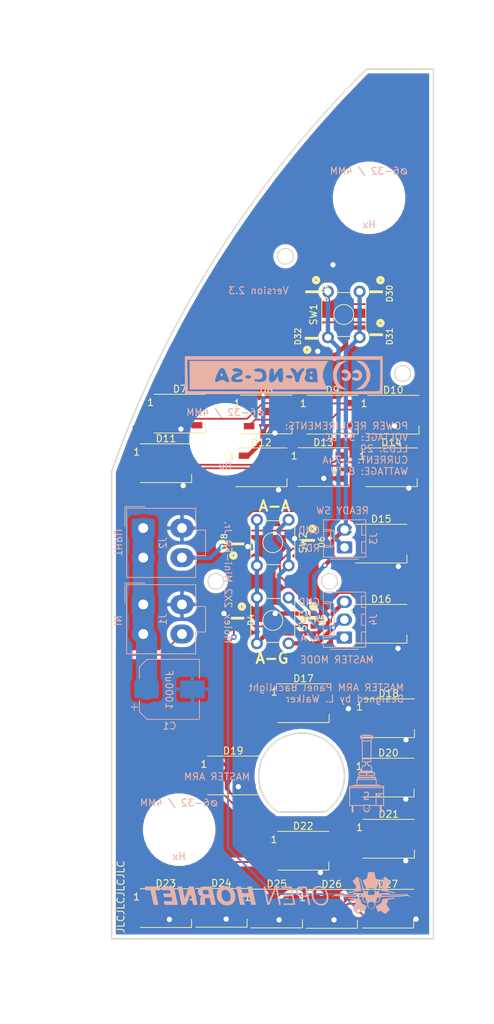
<source format=kicad_pcb>
(kicad_pcb (version 20211014) (generator pcbnew)
  (layers (0 "F.Cu" mixed) (31 "B.Cu" power) (34 "B.Paste" user) (35 "F.Paste" user) (36 "B.SilkS" user "B.Silkscreen") (37 "F.SilkS" user "F.Silkscreen") (38 "B.Mask" user) (39 "F.Mask" user) (44 "Edge.Cuts" user))
  (net 0 "")
  (net 1 "Net-(D7-Pad2)")
  (net 2 "Net-(D8-Pad2)")
  (net 3 "Net-(D10-Pad4)")
  (net 4 "Net-(D10-Pad2)")
  (net 5 "Net-(D11-Pad2)")
  (net 6 "Net-(D12-Pad2)")
  (net 7 "Net-(D13-Pad2)")
  (net 8 "Net-(D14-Pad2)")
  (net 9 "Net-(D15-Pad2)")
  (net 10 "Net-(D16-Pad2)")
  (net 11 "Net-(D17-Pad2)")
  (net 12 "Net-(D18-Pad2)")
  (net 13 "Net-(D19-Pad2)")
  (net 14 "Net-(D20-Pad2)")
  (net 15 "Net-(D21-Pad2)")
  (net 16 "Net-(D22-Pad2)")
  (net 17 "Net-(D23-Pad2)")
  (net 18 "Net-(D24-Pad2)")
  (net 19 "Net-(D25-Pad2)")
  (net 20 "Net-(D26-Pad2)")
  (net 21 "/DATAOUT")
  (net 22 "/DATAIN")
  (net 23 "/LEDGND")
  (net 24 "/LED+5V")
  (net 25 "Net-(D27-Pad2)")
  (net 26 "GND")
  (net 27 "/READY_SW")
  (net 28 "/AA_SW")
  (net 29 "/AG_SW")
  (net 30 "Net-(D4-Pad1)")
  (net 31 "Net-(D5-Pad1)")
  (net 32 "Net-(D28-Pad3)")
  (net 33 "Net-(D32-Pad1)")
  (net 34 "Net-(D29-Pad1)")
  (net 35 "Net-(D30-Pad1)")
  (net 36 "Net-(D31-Pad1)")
  (footprint "OH_Footprints:LED_WS2812B_PLCC4_5.0x5.0mm_P3.2mm" (layer "F.Cu") (at 207.992 77.9947)
    (fp_text reference "D7")
    (fp_text value "WS2812B")
  )
  (footprint "OH_Footprints:LED_WS2812B_PLCC4_5.0x5.0mm_P3.2mm" (layer "F.Cu") (at 220.286 78.1215)
    (fp_text reference "D8")
    (fp_text value "WS2812B")
  )
  (footprint "OH_Footprints:LED_WS2812B_PLCC4_5.0x5.0mm_P3.2mm" (layer "F.Cu") (at 229.684 78.1471)
    (fp_text reference "D9")
    (fp_text value "WS2812B")
  )
  (footprint "OH_Footprints:LED_WS2812B_PLCC4_5.0x5.0mm_P3.2mm" (layer "F.Cu") (at 238.32 78.1471)
    (fp_text reference "D10")
    (fp_text value "WS2812B")
  )
  (footprint "OH_Footprints:LED_WS2812B_PLCC4_5.0x5.0mm_P3.2mm" (layer "F.Cu") (at 206.023 85.0303)
    (fp_text reference "D11")
    (fp_text value "WS2812B")
  )
  (footprint "OH_Footprints:LED_WS2812B_PLCC4_5.0x5.0mm_P3.2mm" (layer "F.Cu") (at 219.563 85.6147)
    (fp_text reference "D12")
    (fp_text value "WS2812B")
  )
  (footprint "OH_Footprints:LED_WS2812B_PLCC4_5.0x5.0mm_P3.2mm" (layer "F.Cu") (at 228.402 85.5891)
    (fp_text reference "D13")
    (fp_text value "WS2812B")
  )
  (footprint "OH_Footprints:LED_WS2812B_PLCC4_5.0x5.0mm_P3.2mm" (layer "F.Cu") (at 238.066 85.6147)
    (fp_text reference "D14")
    (fp_text value "WS2812B")
  )
  (footprint "OH_Footprints:LED_WS2812B_PLCC4_5.0x5.0mm_P3.2mm" (layer "F.Cu") (at 236.604 96.4603)
    (fp_text reference "D15")
    (fp_text value "WS2812B")
  )
  (footprint "OH_Footprints:LED_WS2812B_PLCC4_5.0x5.0mm_P3.2mm" (layer "F.Cu") (at 236.604 107.839)
    (fp_text reference "D16")
    (fp_text value "WS2812B")
  )
  (footprint "OH_Footprints:LED_WS2812B_PLCC4_5.0x5.0mm_P3.2mm" (layer "F.Cu") (at 225.558 119.117)
    (fp_text reference "D17")
    (fp_text value "WS2812B")
  )
  (footprint "OH_Footprints:LED_WS2812B_PLCC4_5.0x5.0mm_P3.2mm" (layer "F.Cu") (at 237.671 121.251)
    (fp_text reference "D18")
    (fp_text value "WS2812B")
  )
  (footprint "OH_Footprints:LED_WS2812B_PLCC4_5.0x5.0mm_P3.2mm" (layer "F.Cu") (at 215.573 129.379)
    (fp_text reference "D19")
    (fp_text value "WS2812B")
  )
  (footprint "OH_Footprints:LED_WS2812B_PLCC4_5.0x5.0mm_P3.2mm" (layer "F.Cu") (at 237.62 129.683)
    (fp_text reference "D20")
    (fp_text value "WS2812B")
  )
  (footprint "OH_Footprints:LED_WS2812B_PLCC4_5.0x5.0mm_P3.2mm" (layer "F.Cu") (at 237.671 138.37)
    (fp_text reference "D21")
    (fp_text value "WS2812B")
  )
  (footprint "OH_Footprints:LED_WS2812B_PLCC4_5.0x5.0mm_P3.2mm" (layer "F.Cu") (at 225.518 140.072)
    (fp_text reference "D22")
    (fp_text value "WS2812B")
  )
  (footprint "OH_Footprints:LED_WS2812B_PLCC4_5.0x5.0mm_P3.2mm" (layer "F.Cu") (at 206 148.225)
    (fp_text reference "D23")
    (fp_text value "WS2812B")
  )
  (footprint "OH_Footprints:LED_WS2812B_PLCC4_5.0x5.0mm_P3.2mm" (layer "F.Cu") (at 213.897 148.175)
    (fp_text reference "D24")
    (fp_text value "WS2812B")
  )
  (footprint "OH_Footprints:LED_WS2812B_PLCC4_5.0x5.0mm_P3.2mm" (layer "F.Cu") (at 221.771 148.276)
    (fp_text reference "D25")
    (fp_text value "WS2812B")
  )
  (footprint "OH_Footprints:LED_WS2812B_PLCC4_5.0x5.0mm_P3.2mm" (layer "F.Cu") (at 229.571 148.327)
    (fp_text reference "D26")
    (fp_text value "WS2812B")
  )
  (footprint "OH_Footprints:LED_WS2812B_PLCC4_5.0x5.0mm_P3.2mm" (layer "F.Cu") (at 237.558 148.302)
    (fp_text reference "D27")
    (fp_text value "WS2812B")
  )
  (footprint "OH_Footprints:WS2812-2020" (layer "F.Cu") (at 216.20938 107.29358 90)
    (fp_text reference "D4")
    (fp_text value "WS2812B-2020" hide)
  )
  (footprint "OH_Footprints:WS2812-2020" (layer "F.Cu") (at 226.24238 96.24458 90)
    (fp_text reference "D6")
    (fp_text value "WS2812B-2020" hide)
  )
  (footprint "OH_Footprints:WS2812-2020" (layer "F.Cu") (at 216.20938 96.24458 -90)
    (fp_text reference "D28")
    (fp_text value "WS2812B-2020" hide)
  )
  (footprint "OH_Footprints:WS2812-2020" (layer "F.Cu") (at 226.75038 60.93858 90)
    (fp_text reference "D29")
    (fp_text value "WS2812B-2020" hide)
  )
  (footprint "OH_Footprints:WS2812-2020" (layer "F.Cu") (at 235.89438 60.93858 90)
    (fp_text reference "D30")
    (fp_text value "WS2812B-2020" hide)
  )
  (footprint "OH_Footprints:WS2812-2020" (layer "F.Cu") (at 235.89438 67.03458 90)
    (fp_text reference "D31")
    (fp_text value "WS2812B-2020" hide)
  )
  (footprint "OH_Footprints:WS2812-2020" (layer "F.Cu") (at 226.68688 67.03458 -90)
    (fp_text reference "D32")
    (fp_text value "WS2812B-2020" hide)
  )
  (footprint "OH_Footprints:WS2812-2020" (layer "F.Cu") (at 226.36938 107.29358 90)
    (fp_text reference "D5")
    (fp_text value "WS2812B-2020" hide)
  )
  (footprint "OH_Footprints:S2AL_Toggle_Silkscreen" (layer "F.Cu") (at 234.39488 129.23958)
    (fp_text reference "LOGO3" hide)
    (fp_text value "OH_S2AL_Silkscreen" hide)
  )
  (footprint "OH_Footprints:OH_Panel_6-32_PHS" (layer "F.Cu") (at 234.87488 47.33958)
    (fp_text reference "H1" hide)
    (fp_text value "OHPanelScrew" hide)
  )
  (footprint "OH_Footprints:OH_Panel_6-32_PHS" (layer "F.Cu") (at 214.49488 81.62958)
    (fp_text reference "H2" hide)
    (fp_text value "OHPanelScrew" hide)
  )
  (footprint "OH_Footprints:OH_Panel_6-32_PHS" (layer "F.Cu") (at 207.90488 137.07958)
    (fp_text reference "H3" hide)
    (fp_text value "OHPanelScrew" hide)
  )
  (footprint "Button_Switch_THT:SW_TH_Tactile_Omron_B3F-10xx" (layer "F.Cu") (at 229.03638 67.16158 90)
    (fp_text reference "SW1")
    (fp_text value "READY")
  )
  (footprint "Button_Switch_THT:SW_TH_Tactile_Omron_B3F-10xx" (layer "F.Cu") (at 223.44838 93.06958 -90)
    (fp_text reference "SW2")
    (fp_text value "A/A")
  )
  (footprint "Button_Switch_THT:SW_TH_Tactile_Omron_B3F-10xx" (layer "F.Cu") (at 223.44838 104.11858 -90)
    (fp_text reference "SW3")
    (fp_text value "A/G")
  )
  (footprint "OH_Footprints:CP_Elec_8x10" (layer "B.Cu") (at 206.52048 117.147)
    (fp_text reference "C1")
    (fp_text value "C_Polarized")
  )
  (footprint "OH_Footprints:Molex_Mini-Fit_Jr_5566-04A_2x02_P4.20mm_Vertical" (layer "B.Cu") (at 202.796 105.097 -90)
    (fp_text reference "J1")
    (fp_text value "BL IN")
  )
  (footprint "OH_Footprints:Molex_Mini-Fit_Jr_5566-04A_2x02_P4.20mm_Vertical" (layer "B.Cu") (at 202.796 94.2475 -90)
    (fp_text reference "J2")
    (fp_text value "BL OUT")
  )
  (footprint "OH_Footprints:Molex_KK-254_AE-6410-02A_1x02_P2.54mm_Vertical" (layer "B.Cu") (at 231.39488 96.98958 90)
    (fp_text reference "J3")
    (fp_text value "READY")
  )
  (footprint "OH_Footprints:Molex_KK-254_AE-6410-03A_1x03_P2.54mm_Vertical" (layer "B.Cu") (at 231.36048 109.79548 90)
    (fp_text reference "J4")
    (fp_text value "MASTER MODE")
  )
  (footprint "OH_Footprints:OH_LOGO_37.7mm_5.9mm" (layer "B.Cu") (at 221.85488 146.07958 180)
    (fp_text reference "LOGO2" hide)
    (fp_text value "OpenHornetLogoSmall" hide)
  )
  (footprint "OH_Footprints:CC-BY-NC-SA-Small" (layer "B.Cu") (at 222.84488 72.52958 180)
    (fp_text reference "LOGO1" hide)
    (fp_text value "CC-BY-NC-SA_Icon" hide)
  )
  (gr_circle (center 229.25648 101.79748) (end 230.38148 101.79748) (layer "Edge.Cuts") (width 0.15) (fill none))
  (gr_line (start 198.30238 86.21158) (end 198.30238 152.56908) (layer "Edge.Cuts") (width 0.2))
  (gr_arc (start 221.958798 134.56048) (mid 225.28988 123.35908) (end 228.620962 134.56048) (layer "Edge.Cuts") (width 0.2))
  (gr_line (start 244.02238 29.06158) (end 234.49738 29.06158) (layer "Edge.Cuts") (width 0.2))
  (gr_arc (start 198.302381 86.21158) (mid 213.188857 55.602932) (end 234.49738 29.061581) (layer "Edge.Cuts") (width 0.2))
  (gr_line (start 244.02238 152.56908) (end 244.02238 29.06158) (layer "Edge.Cuts") (width 0.2))
  (gr_line (start 221.958799 134.56048) (end 228.620962 134.56048) (layer "Edge.Cuts") (width 0.2))
  (gr_line (start 198.30238 152.56908) (end 244.02238 152.56908) (layer "Edge.Cuts") (width 0.2))
  (gr_circle (center 239.64648 72.29748) (end 240.77148 72.29748) (layer "Edge.Cuts") (width 0.15) (fill none))
  (gr_circle (center 213.11648 101.79748) (end 214.24148 101.79748) (layer "Edge.Cuts") (width 0.15) (fill none))
  (gr_circle (center 222.99648 55.64748) (end 224.12148 55.64748) (layer "Edge.Cuts") (width 0.15) (fill none))
  (gr_text "GND" (at 226.36938 104.75358) (layer "B.SilkS") (effects (font (size 1 1)) (justify mirror)))
  (gr_text "Version 2.3" (at 219.16848 60.51948) (layer "B.SilkS") (effects (font (size 1 1)) (justify mirror)))
  (gr_text "GND" (at 226.36938 94.55548) (layer "B.SilkS") (effects (font (size 1 1)) (justify mirror)))
  (gr_text "RDY" (at 226.464618 97.09548) (layer "B.SilkS") (effects (font (size 1 1)) (justify mirror)))
  (gr_text "POWER REQUIREMENTS:\nVOLTAGE: 5V DC\nLEDS: 29\nCURRENT: 1.74A\nWATTAGE: 8.7W" (at 240.53488 82.96958) (layer "B.SilkS") (effects (font (size 1 1)) (justify left mirror)))
  (gr_text "A/G" (at 226.440809 107.27453) (layer "B.SilkS") (effects (font (size 1 1)) (justify mirror)))
  (gr_text "READY SW" (at 231.10648 91.76148) (layer "B.SilkS") (effects (font (size 1 1)) (justify mirror)))
  (gr_text "MASTER ARM" (at 213.27568 129.55668) (layer "B.SilkS") (effects (font (size 1 1)) (justify mirror)))
  (gr_text "Molex 2X2 Mini-Fit Jr." (at 214.85048 101.94748 270) (layer "B.SilkS") (effects (font (size 1 1)) (justify mirror)))
  (gr_text "MASTER MODE" (at 230.30488 112.93958) (layer "B.SilkS") (effects (font (size 1 1)) (justify mirror)))
  (gr_text "IN" (at 199.14648 107.39748 270) (layer "B.SilkS") (effects (font (size 1 1)) (justify mirror)))
  (gr_text "1000uF" (at 206.46848 117.19748 270) (layer "B.SilkS") (effects (font (size 1 1)) (justify mirror)))
  (gr_text "A/A" (at 226.512237 109.79548) (layer "B.SilkS") (effects (font (size 1 1)) (justify mirror)))
  (gr_text "MASTER ARM Panel Backlight\nDesigned by L. Walker" (at 239.92488 117.69958) (layer "B.SilkS") (effects (font (size 1 1)) (justify left mirror)))
  (gr_text "THRU" (at 199.20408 96.25728 270) (layer "B.SilkS") (effects (font (size 1 1)) (justify mirror)))
  (gr_text "A-G" (at 221.09488 112.71958) (layer "F.SilkS") (effects (font (size 1.5 1.5) (thickness 0.3))))
  (gr_text "A-A" (at 221.44768 91.10148) (layer "F.SilkS") (effects (font (size 1.5 1.5) (thickness 0.3))))
  (gr_text "JLCJLCJLCJLC" (at 199.61048 146.62548 90) (layer "F.SilkS") (effects (font (size 1 1))))
  (segment (start 207.074758 79.5947) (end 207.949759 78.719699) (width 0.25) (layer "F.Cu") (net 1))
  (segment (start 205.542 79.5947) (end 207.074758 79.5947) (width 0.25) (layer "F.Cu") (net 1))
  (segment (start 207.949759 78.719699) (end 217.562803 78.719699) (width 0.25) (layer "F.Cu") (net 1))
  (segment (start 219.761002 76.5215) (end 222.736 76.5215) (width 0.25) (layer "F.Cu") (net 1))
  (segment (start 217.562803 78.719699) (end 219.761002 76.5215) (width 0.25) (layer "F.Cu") (net 1))
  (segment (start 218.711001 78.846499) (end 217.836 79.7215) (width 0.25) (layer "F.Cu") (net 2))
  (segment (start 226.859603 78.846499) (end 218.711001 78.846499) (width 0.25) (layer "F.Cu") (net 2))
  (segment (start 232.134 76.5471) (end 229.159002 76.5471) (width 0.25) (layer "F.Cu") (net 2))
  (segment (start 229.159002 76.5471) (end 226.859603 78.846499) (width 0.25) (layer "F.Cu") (net 2))
  (segment (start 228.535796 79.7471) (end 227.234 79.7471) (width 0.25) (layer "F.Cu") (net 3))
  (segment (start 230.860795 77.422101) (end 228.535796 79.7471) (width 0.25) (layer "F.Cu") (net 3))
  (segment (start 240.77 76.5471) (end 239.894999 77.422101) (width 0.25) (layer "F.Cu") (net 3))
  (segment (start 239.894999 77.422101) (end 230.860795 77.422101) (width 0.25) (layer "F.Cu") (net 3))
  (segment (start 208.473 84.283409) (end 209.44488 85.255289) (width 0.25) (layer "F.Cu") (net 4))
  (segment (start 221.563118 82.53958) (end 221.563118 82.521342) (width 0.25) (layer "F.Cu") (net 4))
  (segment (start 221.563118 82.521342) (end 223.24488 80.83958) (width 0.25) (layer "F.Cu") (net 4))
  (segment (start 218.847409 85.255289) (end 221.563118 82.53958) (width 0.25) (layer "F.Cu") (net 4))
  (segment (start 234.77752 80.83958) (end 235.87 79.7471) (width 0.25) (layer "F.Cu") (net 4))
  (segment (start 223.24488 80.83958) (end 234.77752 80.83958) (width 0.25) (layer "F.Cu") (net 4))
  (segment (start 209.44488 85.255289) (end 218.847409 85.255289) (width 0.25) (layer "F.Cu") (net 4))
  (segment (start 208.473 83.4303) (end 208.473 84.283409) (width 0.25) (layer "F.Cu") (net 4))
  (segment (start 219.493708 85.755299) (end 221.234307 84.0147) (width 0.25) (layer "F.Cu") (net 5))
  (segment (start 206.60416 86.6303) (end 207.479161 85.755299) (width 0.25) (layer "F.Cu") (net 5))
  (segment (start 221.234307 84.0147) (end 222.013 84.0147) (width 0.25) (layer "F.Cu") (net 5))
  (segment (start 203.573 86.6303) (end 206.60416 86.6303) (width 0.25) (layer "F.Cu") (net 5))
  (segment (start 207.479161 85.755299) (end 219.493708 85.755299) (width 0.25) (layer "F.Cu") (net 5))
  (segment (start 223.063001 84.889701) (end 222.504001 85.448701) (width 0.25) (layer "F.Cu") (net 6))
  (segment (start 217.113 87.2147) (end 219.21976 87.2147) (width 0.25) (layer "F.Cu") (net 6))
  (segment (start 229.951399 84.889701) (end 223.063001 84.889701) (width 0.25) (layer "F.Cu") (net 6))
  (segment (start 219.21976 87.2147) (end 220.985759 85.448701) (width 0.25) (layer "F.Cu") (net 6))
  (segment (start 220.985759 85.448701) (end 222.504001 85.448701) (width 0.25) (layer "F.Cu") (net 6))
  (segment (start 230.852 83.9891) (end 229.951399 84.889701) (width 0.25) (layer "F.Cu") (net 6))
  (segment (start 230.158509 85.389711) (end 230.658519 84.889701) (width 0.25) (layer "F.Cu") (net 7))
  (segment (start 225.952 86.28246) (end 226.844749 85.389711) (width 0.25) (layer "F.Cu") (net 7))
  (segment (start 239.640999 84.889701) (end 240.516 84.0147) (width 0.25) (layer "F.Cu") (net 7))
  (segment (start 230.658519 84.889701) (end 239.640999 84.889701) (width 0.25) (layer "F.Cu") (net 7))
  (segment (start 225.952 87.1891) (end 225.952 86.28246) (width 0.25) (layer "F.Cu") (net 7))
  (segment (start 226.844749 85.389711) (end 230.158509 85.389711) (width 0.25) (layer "F.Cu") (net 7))
  (segment (start 235.616 91.4223) (end 239.054 94.8603) (width 0.25) (layer "F.Cu") (net 8))
  (segment (start 235.616 87.2147) (end 235.616 91.4223) (width 0.25) (layer "F.Cu") (net 8))
  (segment (start 234.154 101.339) (end 239.054 106.239) (width 0.25) (layer "F.Cu") (net 9))
  (segment (start 234.154 98.0603) (end 234.154 101.339) (width 0.25) (layer "F.Cu") (net 9))
  (segment (start 234.154 109.439) (end 234.154 111.371) (width 0.25) (layer "F.Cu") (net 10))
  (segment (start 234.154 111.371) (end 228.008 117.517) (width 0.25) (layer "F.Cu") (net 10))
  (segment (start 238.17999 121.59201) (end 240.121 119.651) (width 0.25) (layer "F.Cu") (net 11))
  (segment (start 223.108 120.717) (end 223.4223 120.717) (width 0.25) (layer "F.Cu") (net 11))
  (segment (start 223.4223 120.717) (end 224.29731 121.59201) (width 0.25) (layer "F.Cu") (net 11))
  (segment (start 224.29731 121.59201) (end 238.17999 121.59201) (width 0.25) (layer "F.Cu") (net 11))
  (segment (start 218.023 127.779) (end 218.023 124.41146) (width 0.25) (layer "F.Cu") (net 12))
  (segment (start 218.023 124.41146) (end 220.24488 122.18958) (width 0.25) (layer "F.Cu") (net 12))
  (segment (start 234.55958 122.18958) (end 235.221 122.851) (width 0.25) (layer "F.Cu") (net 12))
  (segment (start 220.24488 122.18958) (end 234.55958 122.18958) (width 0.25) (layer "F.Cu") (net 12))
  (segment (start 218.08358 135.93958) (end 213.123 130.979) (width 0.25) (layer "F.Cu") (net 13))
  (segment (start 235.569997 128.958001) (end 239.194999 128.958001) (width 0.25) (layer "F.Cu") (net 13))
  (segment (start 239.194999 128.958001) (end 240.07 128.083) (width 0.25) (layer "F.Cu") (net 13))
  (segment (start 235.569997 128.958001) (end 232.99488 131.533118) (width 0.25) (layer "F.Cu") (net 13))
  (segment (start 232.99488 131.533118) (end 232.99488 132.68958) (width 0.25) (layer "F.Cu") (net 13))
  (segment (start 229.74488 135.93958) (end 218.08358 135.93958) (width 0.25) (layer "F.Cu") (net 13))
  (segment (start 232.99488 132.68958) (end 229.74488 135.93958) (width 0.25) (layer "F.Cu") (net 13))
  (segment (start 235.17 131.283) (end 235.17 131.819) (width 0.25) (layer "F.Cu") (net 14))
  (segment (start 235.17 131.819) (end 240.121 136.77) (width 0.25) (layer "F.Cu") (net 14))
  (segment (start 235.221 139.97) (end 229.466 139.97) (width 0.25) (layer "F.Cu") (net 15))
  (segment (start 229.466 139.97) (end 227.968 138.472) (width 0.25) (layer "F.Cu") (net 15))
  (segment (start 213.403 141.672) (end 223.068 141.672) (width 0.25) (layer "F.Cu") (net 16))
  (segment (start 208.45 146.625) (end 213.403 141.672) (width 0.25) (layer "F.Cu") (net 16))
  (segment (start 205.565397 147.809603) (end 215.112397 147.809603) (width 0.25) (layer "F.Cu") (net 17))
  (segment (start 203.55 149.825) (end 205.565397 147.809603) (width 0.25) (layer "F.Cu") (net 17))
  (segment (start 215.112397 147.809603) (end 216.347 146.575) (width 0.25) (layer "F.Cu") (net 17))
  (segment (start 215.319507 148.309613) (end 215.88954 147.73958) (width 0.25) (layer "F.Cu") (net 18))
  (segment (start 222.919204 146.676) (end 224.221 146.676) (width 0.25) (layer "F.Cu") (net 18))
  (segment (start 221.855624 147.73958) (end 222.919204 146.676) (width 0.25) (layer "F.Cu") (net 18))
  (segment (start 211.447 149.025) (end 212.162387 148.309613) (width 0.25) (layer "F.Cu") (net 18))
  (segment (start 211.447 149.775) (end 211.447 149.025) (width 0.25) (layer "F.Cu") (net 18))
  (segment (start 215.88954 147.73958) (end 221.855624 147.73958) (width 0.25) (layer "F.Cu") (net 18))
  (segment (start 212.162387 148.309613) (end 215.319507 148.309613) (width 0.25) (layer "F.Cu") (net 18))
  (segment (start 222.700323 147.602001) (end 231.145999 147.602001) (width 0.25) (layer "F.Cu") (net 19))
  (segment (start 231.145999 147.602001) (end 232.021 146.727) (width 0.25) (layer "F.Cu") (net 19))
  (segment (start 220.510948 148.273512) (end 222.028812 148.273512) (width 0.25) (layer "F.Cu") (net 19))
  (segment (start 222.028812 148.273512) (end 222.700323 147.602001) (width 0.25) (layer "F.Cu") (net 19))
  (segment (start 219.321 149.46346) (end 220.510948 148.273512) (width 0.25) (layer "F.Cu") (net 19))
  (segment (start 219.321 149.876) (end 219.321 149.46346) (width 0.25) (layer "F.Cu") (net 19))
  (segment (start 227.121 149.91346) (end 228.932449 148.102011) (width 0.25) (layer "F.Cu") (net 20))
  (segment (start 227.121 149.927) (end 227.121 149.91346) (width 0.25) (layer "F.Cu") (net 20))
  (segment (start 228.932449 148.102011) (end 231.353109 148.102011) (width 0.25) (layer "F.Cu") (net 20))
  (segment (start 239.107999 147.602001) (end 240.008 146.702) (width 0.25) (layer "F.Cu") (net 20))
  (segment (start 231.853119 147.602001) (end 239.107999 147.602001) (width 0.25) (layer "F.Cu") (net 20))
  (segment (start 231.353109 148.102011) (end 231.853119 147.602001) (width 0.25) (layer "F.Cu") (net 20))
  (segment (start 213.99958 96.82878) (end 215.32858 96.82878) (width 0.6096) (layer "F.Cu") (net 21))
  (segment (start 215.32858 96.82878) (end 215.65938 97.15958) (width 0.6096) (layer "F.Cu") (net 21))
  (via (at 213.99958 96.82878) (size 0.8) (drill 0.4) (layers "F.Cu" "B.Cu") (net 21))
  (segment (start 212.38086 98.4475) (end 213.99958 96.82878) (width 0.6096) (layer "B.Cu") (net 21))
  (segment (start 208.296 98.4475) (end 212.38086 98.4475) (width 0.6096) (layer "B.Cu") (net 21))
  (segment (start 201.408588 79.875872) (end 202.816889 78.467571) (width 0.25) (layer "F.Cu") (net 22))
  (segment (start 199.64488 111.38958) (end 199.64488 85.38958) (width 0.25) (layer "F.Cu") (net 22))
  (segment (start 205.35342 112.23958) (end 200.49488 112.23958) (width 0.25) (layer "F.Cu") (net 22))
  (segment (start 202.816889 78.011589) (end 203.377588 77.45089) (width 0.25) (layer "F.Cu") (net 22))
  (segment (start 217.834478 61.85358) (end 226.20038 61.85358) (width 0.25) (layer "F.Cu") (net 22))
  (segment (start 201.408588 83.625872) (end 201.408588 79.875872) (width 0.25) (layer "F.Cu") (net 22))
  (segment (start 202.816889 78.467571) (end 202.816889 78.011589) (width 0.25) (layer "F.Cu") (net 22))
  (segment (start 200.49488 112.23958) (end 199.64488 111.38958) (width 0.25) (layer "F.Cu") (net 22))
  (segment (start 203.377588 77.45089) (end 203.377588 76.31047) (width 0.25) (layer "F.Cu") (net 22))
  (segment (start 199.64488 85.38958) (end 201.408588 83.625872) (width 0.25) (layer "F.Cu") (net 22))
  (segment (start 208.296 109.297) (end 205.35342 112.23958) (width 0.25) (layer "F.Cu") (net 22))
  (segment (start 203.377588 76.31047) (end 217.834478 61.85358) (width 0.25) (layer "F.Cu") (net 22))
  (segment (start 227.59488 69.13958) (end 228.09488 69.63958) (width 0.6096) (layer "F.Cu") (net 23))
  (segment (start 214.5803 149.775) (end 214.5803 149.775) (width 0.6096) (layer "F.Cu") (net 23))
  (segment (start 222.09488 149.88958) (end 222.10846 149.876) (width 0.6096) (layer "F.Cu") (net 23))
  (segment (start 229.89488 149.88958) (end 229.9323 149.927) (width 0.6096) (layer "F.Cu") (net 23))
  (segment (start 241.54488 149.78958) (end 241.43246 149.902) (width 0.6096) (layer "F.Cu") (net 23))
  (segment (start 240.09488 141.48958) (end 240.121 141.46346) (width 0.6096) (layer "F.Cu") (net 23))
  (segment (start 227.968 143.1627) (end 227.968 143.1627) (width 0.6096) (layer "F.Cu") (net 23))
  (segment (start 240.09488 132.73958) (end 240.07 132.7147) (width 0.6096) (layer "F.Cu") (net 23))
  (segment (start 238.99488 111.33958) (end 239.054 111.28046) (width 0.6096) (layer "F.Cu") (net 23))
  (segment (start 240.121 124.3157) (end 240.121 124.3157) (width 1) (layer "F.Cu") (net 23))
  (segment (start 216.30546 130.979) (end 216.30546 130.979) (width 0.6096) (layer "F.Cu") (net 23))
  (segment (start 231.94488 119.88958) (end 231.94488 119.88958) (width 0.6096) (layer "F.Cu") (net 23))
  (segment (start 214.25588 106.37858) (end 214.25588 106.37858) (width 0.6096) (layer "F.Cu") (net 23))
  (segment (start 218.12488 97.15958) (end 218.12488 97.15958) (width 0.6096) (layer "F.Cu") (net 23))
  (segment (start 228.44488 87.18958) (end 228.44536 87.1891) (width 0.6096) (layer "F.Cu") (net 23))
  (segment (start 221.54488 106.38958) (end 221.55588 106.37858) (width 0.6096) (layer "F.Cu") (net 23))
  (segment (start 224.29488 95.73958) (end 224.29488 95.68958) (width 0.6096) (layer "F.Cu") (net 23))
  (segment (start 239.04488 99.68958) (end 239.054 99.68046) (width 0.6096) (layer "F.Cu") (net 23))
  (segment (start 230.852 87.1891) (end 228.44488 87.18958) (width 0.6096) (layer "F.Cu") (net 23))
  (segment (start 227.23688 67.94958) (end 227.23688 68.78158) (width 0.6096) (layer "F.Cu") (net 23))
  (segment (start 232.134 79.7471) (end 233.188801 78.692299) (width 0.6096) (layer "F.Cu") (net 23))
  (segment (start 224.221 149.876) (end 222.09488 149.88958) (width 0.6096) (layer "F.Cu") (net 23))
  (segment (start 208.73976 79.5947) (end 208.14488 80.18958) (width 0.6096) (layer "F.Cu") (net 23))
  (segment (start 210.442 79.5947) (end 208.73976 79.5947) (width 0.6096) (layer "F.Cu") (net 23))
  (segment (start 233.188801 78.692299) (end 237.432559 78.692299) (width 0.6096) (layer "F.Cu") (net 23))
  (segment (start 240.77 79.7471) (end 238.48736 79.7471) (width 0.6096) (layer "F.Cu") (net 23))
  (segment (start 227.22815 58.397168) (end 229.771568 58.397168) (width 0.6096) (layer "F.Cu") (net 23))
  (segment (start 208.473 94.0705) (end 208.296 94.2475) (width 0.6096) (layer "F.Cu") (net 23))
  (segment (start 232.021 149.927) (end 229.89488 149.88958) (width 0.6096) (layer "F.Cu") (net 23))
  (segment (start 233.717968 58.397168) (end 235.34438 60.02358) (width 0.6096) (layer "F.Cu") (net 23))
  (segment (start 227.968 141.672) (end 227.968 143.1627) (width 0.6096) (layer "F.Cu") (net 23))
  (segment (start 240.07 131.283) (end 240.09488 132.73958) (width 0.6096) (layer "F.Cu") (net 23))
  (segment (start 216.75938 97.15958) (end 217.360755 97.15958) (width 0.6096) (layer "F.Cu") (net 23))
  (segment (start 232.520287 65.756779) (end 234.981579 65.756779) (width 0.6096) (layer "F.Cu") (net 23))
  (segment (start 239.054 98.0603) (end 239.04488 99.68958) (width 0.6096) (layer "F.Cu") (net 23))
  (segment (start 234.981579 65.756779) (end 235.34438 66.11958) (width 0.6096) (layer "F.Cu") (net 23))
  (segment (start 239.054 109.439) (end 238.99488 111.33958) (width 0.6096) (layer "F.Cu") (net 23))
  (segment (start 218.023 130.979) (end 216.30546 130.979) (width 0.6096) (layer "F.Cu") (net 23))
  (segment (start 227.23688 68.78158) (end 227.59488 69.13958) (width 0.6096) (layer "F.Cu") (net 23))
  (segment (start 229.74758 58.37318) (end 229.771568 58.397168) (width 0.6096) (layer "F.Cu") (net 23))
  (segment (start 240.121 122.851) (end 240.121 124.3157) (width 1) (layer "F.Cu") (net 23))
  (segment (start 222.51296 79.7215) (end 221.49488 80.73958) (width 0.6096) (layer "F.Cu") (net 23))
  (segment (start 222.736 79.7215) (end 222.51296 79.7215) (width 0.6096) (layer "F.Cu") (net 23))
  (segment (start 240.121 139.97) (end 240.09488 141.48958) (width 0.6096) (layer "F.Cu") (net 23))
  (segment (start 230.19488 69.63958) (end 231.616183 68.218277) (width 0.6096) (layer "F.Cu") (net 23))
  (segment (start 216.347 149.775) (end 214.5803 149.775) (width 0.6096) (layer "F.Cu") (net 23))
  (segment (start 208.45 149.825) (end 206.50946 149.825) (width 0.6096) (layer "F.Cu") (net 23))
  (segment (start 225.69238 95.32958) (end 224.65488 95.32958) (width 0.6096) (layer "F.Cu") (net 23))
  (segment (start 228.09488 69.63958) (end 230.19488 69.63958) (width 0.6096) (layer "F.Cu") (net 23))
  (segment (start 226.20038 59.424938) (end 227.22815 58.397168) (width 0.6096) (layer "F.Cu") (net 23))
  (segment (start 232.520287 65.756779) (end 231.616183 66.660883) (width 0.6096) (layer "F.Cu") (net 23))
  (segment (start 217.360755 97.15958) (end 217.64357 96.876765) (width 0.6096) (layer "F.Cu") (net 23))
  (segment (start 231.11746 120.717) (end 231.94488 119.88958) (width 0.6096) (layer "F.Cu") (net 23))
  (segment (start 229.74758 56.84918) (end 229.74758 58.37318) (width 0.6096) (layer "F.Cu") (net 23))
  (segment (start 237.432559 78.692299) (end 238.48736 79.7471) (width 0.6096) (layer "F.Cu") (net 23))
  (segment (start 240.516 87.2147) (end 240.516 88.56846) (width 0.6096) (layer "F.Cu") (net 23))
  (segment (start 228.008 120.717) (end 231.11746 120.717) (width 0.6096) (layer "F.Cu") (net 23))
  (segment (start 215.65938 106.37858) (end 214.25588 106.37858) (width 0.6096) (layer "F.Cu") (net 23))
  (segment (start 240.008 149.902) (end 241.54488 149.78958) (width 0.6096) (layer "F.Cu") (net 23))
  (segment (start 224.65488 95.32958) (end 224.29488 95.73958) (width 0.6096) (layer "F.Cu") (net 23))
  (segment (start 229.771568 58.397168) (end 233.717968 58.397168) (width 0.6096) (layer "F.Cu") (net 23))
  (segment (start 222.013 87.2147) (end 222.013 88.82146) (width 0.6096) (layer "F.Cu") (net 23))
  (segment (start 225.81938 106.37858) (end 221.54488 106.38958) (width 0.6096) (layer "F.Cu") (net 23))
  (segment (start 208.473 86.6303) (end 208.473 88.21146) (width 0.6096) (layer "F.Cu") (net 23))
  (segment (start 226.20038 60.02358) (end 226.20038 59.424938) (width 0.6096) (layer "F.Cu") (net 23))
  (segment (start 231.616183 68.218277) (end 231.616183 66.660883) (width 0.6096) (layer "F.Cu") (net 23))
  (via (at 228.44488 87.18958) (size 1.5) (drill 0.75) (layers "F.Cu" "B.Cu") (net 23))
  (via (at 241.54488 149.78958) (size 1.5) (drill 0.75) (layers "F.Cu" "B.Cu") (net 23))
  (via (at 208.473 88.21146) (size 1.5) (drill 0.75) (layers "F.Cu" "B.Cu") (net 23))
  (via (at 217.64357 96.876765) (size 1.5) (drill 0.75) (layers "F.Cu" "B.Cu") (net 23))
  (via (at 208.14488 80.18958) (size 1.5) (drill 0.75) (layers "F.Cu" "B.Cu") (net 23))
  (via (at 239.04488 99.68958) (size 1.5) (drill 0.75) (layers "F.Cu" "B.Cu") (net 23))
  (via (at 231.94488 119.88958) (size 1.5) (drill 0.75) (layers "F.Cu" "B.Cu") (net 23))
  (via (at 240.09488 132.73958) (size 1.5) (drill 0.75) (layers "F.Cu" "B.Cu") (net 23))
  (via (at 229.74758 56.84918) (size 1.5) (drill 0.75) (layers "F.Cu" "B.Cu") (net 23))
  (via (at 240.121 124.3157) (size 1.5) (drill 0.75) (layers "F.Cu" "B.Cu") (net 23))
  (via (at 227.968 143.1627) (size 1.5) (drill 0.75) (layers "F.Cu" "B.Cu") (net 23))
  (via (at 221.49488 80.73958) (size 1.5) (drill 0.75) (layers "F.Cu" "B.Cu") (net 23))
  (via (at 222.013 88.82146) (size 1.5) (drill 0.75) (layers "F.Cu" "B.Cu") (net 23))
  (via (at 240.516 88.56846) (size 1.5) (drill 0.75) (layers "F.Cu" "B.Cu") (net 23))
  (via (at 222.09488 149.88958) (size 1.5) (drill 0.75) (layers "F.Cu" "B.Cu") (net 23))
  (via (at 227.59488 69.13958) (size 1.5) (drill 0.75) (layers "F.Cu" "B.Cu") (net 23))
  (via (at 221.54488 106.38958) (size 1.5) (drill 0.75) (layers "F.Cu" "B.Cu") (net 23))
  (via (at 216.30546 130.979) (size 1.5) (drill 0.75) (layers "F.Cu" "B.Cu") (net 23))
  (via (at 238.48736 79.7471) (size 1.5) (drill 0.75) (layers "F.Cu" "B.Cu") (net 23))
  (via (at 240.09488 141.48958) (size 1.5) (drill 0.75) (layers "F.Cu" "B.Cu") (net 23))
  (via (at 238.99488 111.33958) (size 1.5) (drill 0.75) (layers "F.Cu" "B.Cu") (net 23))
  (via (at 229.89488 149.88958) (size 1.5) (drill 0.75) (layers "F.Cu" "B.Cu") (net 23))
  (via (at 224.29488 95.73958) (size 1.5) (drill 0.75) (layers "F.Cu" "B.Cu") (net 23))
  (via (at 214.25588 106.37858) (size 1.5) (drill 0.75) (layers "F.Cu" "B.Cu") (net 23))
  (via (at 214.5803 149.775) (size 1.5) (drill 0.75) (layers "F.Cu" "B.Cu") (net 23))
  (via (at 206.50946 149.825) (size 1.5) (drill 0.75) (layers "F.Cu" "B.Cu") (net 23))
  (segment (start 227.697181 94.420066) (end 224.941894 91.664779) (width 0.6096) (layer "F.Cu") (net 24))
  (segment (start 224.941894 91.664779) (end 218.274075 91.664779) (width 0.6096) (layer "F.Cu") (net 24))
  (segment (start 232.31527 103.29067) (end 230.545305 103.29067) (width 0.6096) (layer "F.Cu") (net 24))
  (segment (start 217.63976 84.0147) (end 219.74488 81.90958) (width 0.6096) (layer "F.Cu") (net 24))
  (segment (start 226.79238 97.15958) (end 227.697181 96.254779) (width 0.6096) (layer "F.Cu") (net 24))
  (segment (start 228.03838 107.08958) (end 226.91938 108.20858) (width 0.6096) (layer "F.Cu") (net 24))
  (segment (start 227.697181 96.254779) (end 227.697181 94.420066) (width 0.6096) (layer "F.Cu") (net 24))
  (segment (start 234.154 105.1294) (end 232.31527 103.29067) (width 0.6096) (layer "F.Cu") (net 24))
  (segment (start 228.03838 105.797595) (end 228.03838 107.08958) (width 0.6096) (layer "F.Cu") (net 24))
  (segment (start 234.154 106.239) (end 234.154 105.1294) (width 0.6096) (layer "F.Cu") (net 24))
  (segment (start 230.545305 103.29067) (end 228.03838 105.797595) (width 0.6096) (layer "F.Cu") (net 24))
  (segment (start 235.616 84.0147) (end 233.075042 84.0147) (width 0.6096) (layer "F.Cu") (net 24))
  (segment (start 218.274075 91.664779) (end 215.65938 94.279474) (width 0.6096) (layer "F.Cu") (net 24))
  (segment (start 219.74488 81.90958) (end 219.74488 79.98958) (width 0.6096) (layer "F.Cu") (net 24))
  (segment (start 215.65938 94.279474) (end 215.65938 95.32958) (width 0.6096) (layer "F.Cu") (net 24))
  (segment (start 217.113 84.0147) (end 217.63976 84.0147) (width 0.6096) (layer "F.Cu") (net 24))
  (via (at 219.74488 79.98958) (size 0.8) (drill 0.4) (layers "F.Cu" "B.Cu") (net 24))
  (via (at 219.84488 75.33958) (size 0.8) (drill 0.4) (layers "F.Cu" "B.Cu") (net 24))
  (segment (start 219.84488 79.88958) (end 219.74488 79.98958) (width 0.6096) (layer "B.Cu") (net 24))
  (segment (start 202.796 105.097) (end 202.796 98.4475) (width 3) (layer "B.Cu") (net 24))
  (segment (start 202.796 98.4475) (end 202.796 94.2475) (width 3) (layer "B.Cu") (net 24))
  (segment (start 219.84488 75.33958) (end 219.84488 79.88958) (width 0.6096) (layer "B.Cu") (net 24))
  (segment (start 203.27048 117.147) (end 203.27048 109.77148) (width 3) (layer "B.Cu") (net 24))
  (segment (start 202.796 109.297) (end 202.796 105.097) (width 3) (layer "B.Cu") (net 24))
  (segment (start 203.27048 109.77148) (end 202.796 109.297) (width 3) (layer "B.Cu") (net 24))
  (segment (start 233.39488 148.58958) (end 233.39488 148.58958) (width 0.25) (layer "F.Cu") (net 25))
  (segment (start 235.108 149.902) (end 234.7073 149.902) (width 0.25) (layer "F.Cu") (net 25))
  (segment (start 215.65938 109.71538) (end 215.67598 109.73198) (width 0.25) (layer "F.Cu") (net 25))
  (segment (start 234.7073 149.902) (end 233.39488 148.58958) (width 0.25) (layer "F.Cu") (net 25))
  (segment (start 215.65938 108.20858) (end 215.65938 109.71538) (width 0.25) (layer "F.Cu") (net 25))
  (via (at 215.67598 109.73198) (size 0.8) (drill 0.4) (layers "F.Cu" "B.Cu") (net 25))
  (via (at 233.39488 148.58958) (size 0.8) (drill 0.4) (layers "F.Cu" "B.Cu") (net 25))
  (segment (start 214.84488 139.68958) (end 214.84488 110.56308) (width 0.25) (layer "B.Cu") (net 25))
  (segment (start 233.39488 148.58958) (end 231.14488 146.33958) (width 0.25) (layer "B.Cu") (net 25))
  (segment (start 231.14488 146.33958) (end 231.14488 146.23958) (width 0.25) (layer "B.Cu") (net 25))
  (segment (start 214.84488 110.56308) (end 215.67598 109.73198) (width 0.25) (layer "B.Cu") (net 25))
  (segment (start 231.14488 146.23958) (end 221.39488 146.23958) (width 0.25) (layer "B.Cu") (net 25))
  (segment (start 221.39488 146.23958) (end 214.84488 139.68958) (width 0.25) (layer "B.Cu") (net 25))
  (segment (start 228.59663 99.53783) (end 228.56488 99.56958) (width 0.6096) (layer "F.Cu") (net 26))
  (segment (start 229.31838 107.444265) (end 229.31838 106.87858) (width 0.6096) (layer "F.Cu") (net 26))
  (segment (start 231.39488 94.44958) (end 231.331704 94.44958) (width 0.6096) (layer "F.Cu") (net 26))
  (segment (start 227.548866 109.213779) (end 229.31838 107.444265) (width 0.6096) (layer "F.Cu") (net 26))
  (segment (start 231.331704 94.44958) (end 229.64488 96.136404) (width 0.6096) (layer "F.Cu") (net 26))
  (segment (start 231.36048 104.71548) (end 229.31838 106.75758) (width 0.6096) (layer "F.Cu") (net 26))
  (segment (start 220.353181 109.213779) (end 227.548866 109.213779) (width 0.6096) (layer "F.Cu") (net 26))
  (segment (start 218.94838 110.61858) (end 220.353181 109.213779) (width 0.6096) (layer "F.Cu") (net 26))
  (segment (start 229.64488 96.136404) (end 229.64488 98.48958) (width 0.6096) (layer "F.Cu") (net 26))
  (segment (start 229.64488 98.48958) (end 228.59663 99.53783) (width 0.6096) (layer "F.Cu") (net 26))
  (segment (start 229.31838 106.75758) (end 229.31838 106.87858) (width 0.6096) (layer "F.Cu") (net 26))
  (via (at 229.31838 106.87858) (size 0.8) (drill 0.4) (layers "F.Cu" "B.Cu") (net 26))
  (via (at 228.59663 99.53783) (size 0.8) (drill 0.4) (layers "F.Cu" "B.Cu") (net 26))
  (segment (start 218.94838 99.56958) (end 218.94838 93.06958) (width 0.6096) (layer "B.Cu") (net 26))
  (segment (start 233.53638 67.16158) (end 231.57638 69.12158) (width 0.6096) (layer "B.Cu") (net 26))
  (segment (start 231.57638 94.26808) (end 231.39488 94.44958) (width 0.6096) (layer "B.Cu") (net 26))
  (segment (start 218.94838 99.56958) (end 218.94838 104.11858) (width 0.6096) (layer "B.Cu") (net 26))
  (segment (start 227.107196 104.667396) (end 229.31838 106.87858) (width 0.6096) (layer "B.Cu") (net 26))
  (segment (start 228.59663 99.53783) (end 227.107196 101.027264) (width 0.6096) (layer "B.Cu") (net 26))
  (segment (start 231.57638 69.12158) (end 231.57638 94.26808) (width 0.6096) (layer "B.Cu") (net 26))
  (segment (start 233.53638 67.16158) (end 233.53638 60.66158) (width 0.6096) (layer "B.Cu") (net 26))
  (segment (start 218.94838 104.11858) (end 218.94838 110.61858) (width 0.6096) (layer "B.Cu") (net 26))
  (segment (start 227.107196 101.027264) (end 227.107196 104.667396) (width 0.6096) (layer "B.Cu") (net 26))
  (segment (start 229.03638 67.16158) (end 229.03638 60.66158) (width 0.6096) (layer "B.Cu") (net 27))
  (segment (start 229.74507 93.859405) (end 229.74507 95.33977) (width 0.6096) (layer "B.Cu") (net 27))
  (segment (start 230.53527 68.66047) (end 230.53527 93.069205) (width 0.6096) (layer "B.Cu") (net 27))
  (segment (start 229.74507 95.33977) (end 231.39488 96.98958) (width 0.6096) (layer "B.Cu") (net 27))
  (segment (start 229.03638 67.16158) (end 230.53527 68.66047) (width 0.6096) (layer "B.Cu") (net 27))
  (segment (start 230.53527 93.069205) (end 229.74507 93.859405) (width 0.6096) (layer "B.Cu") (net 27))
  (segment (start 223.44838 97.16858) (end 222.03838 95.75858) (width 0.6096) (layer "B.Cu") (net 28))
  (segment (start 222.043579 104.792885) (end 227.046174 109.79548) (width 0.6096) (layer "B.Cu") (net 28))
  (segment (start 222.03838 94.47958) (end 223.44838 93.06958) (width 0.6096) (layer "B.Cu") (net 28))
  (segment (start 222.043579 100.974381) (end 222.043579 104.792885) (width 0.6096) (layer "B.Cu") (net 28))
  (segment (start 223.44838 99.56958) (end 223.44838 97.16858) (width 0.6096) (layer "B.Cu") (net 28))
  (segment (start 222.03838 95.75858) (end 222.03838 94.47958) (width 0.6096) (layer "B.Cu") (net 28))
  (segment (start 223.44838 99.56958) (end 222.043579 100.974381) (width 0.6096) (layer "B.Cu") (net 28))
  (segment (start 227.046174 109.79548) (end 231.36048 109.79548) (width 0.6096) (layer "B.Cu") (net 28))
  (segment (start 223.44838 110.61858) (end 227.558329 110.61858) (width 0.6096) (layer "F.Cu") (net 29))
  (segment (start 227.558329 110.61858) (end 229.801096 108.375813) (width 0.6096) (layer "F.Cu") (net 29))
  (via (at 229.801096 108.375813) (size 0.8) (drill 0.4) (layers "F.Cu" "B.Cu") (net 29))
  (segment (start 223.44838 104.11858) (end 227.705613 108.375813) (width 0.6096) (layer "B.Cu") (net 29))
  (segment (start 230.921429 107.25548) (end 229.801096 108.375813) (width 0.6096) (layer "B.Cu") (net 29))
  (segment (start 231.36048 107.25548) (end 230.921429 107.25548) (width 0.6096) (layer "B.Cu") (net 29))
  (segment (start 227.705613 108.375813) (end 229.801096 108.375813) (width 0.6096) (layer "B.Cu") (net 29))
  (segment (start 225.81938 108.20858) (end 218.58938 108.20858) (width 0.25) (layer "F.Cu") (net 30))
  (segment (start 218.58938 108.20858) (end 216.75938 106.37858) (width 0.25) (layer "F.Cu") (net 30))
  (segment (start 222.223379 98.981579) (end 222.223379 101.080577) (width 0.25) (layer "F.Cu") (net 31))
  (segment (start 224.045378 97.15958) (end 222.223379 98.981579) (width 0.25) (layer "F.Cu") (net 31))
  (segment (start 226.91938 105.776578) (end 226.91938 106.37858) (width 0.25) (layer "F.Cu") (net 31))
  (segment (start 225.69238 97.15958) (end 224.045378 97.15958) (width 0.25) (layer "F.Cu") (net 31))
  (segment (start 222.223379 101.080577) (end 226.91938 105.776578) (width 0.25) (layer "F.Cu") (net 31))
  (segment (start 217.484381 94.604579) (end 216.75938 95.32958) (width 0.25) (layer "F.Cu") (net 32))
  (segment (start 223.929881 94.604579) (end 217.484381 94.604579) (width 0.25) (layer "F.Cu") (net 32))
  (segment (start 226.79238 95.32958) (end 226.79238 94.68708) (width 0.25) (layer "F.Cu") (net 32))
  (segment (start 226.29488 94.18958) (end 224.34488 94.18958) (width 0.25) (layer "F.Cu") (net 32))
  (segment (start 226.79238 94.68708) (end 226.29488 94.18958) (width 0.25) (layer "F.Cu") (net 32))
  (segment (start 224.34488 94.18958) (end 223.929881 94.604579) (width 0.25) (layer "F.Cu") (net 32))
  (segment (start 218.88712 67.94958) (end 226.13688 67.94958) (width 0.25) (layer "F.Cu") (net 33))
  (segment (start 210.442 76.3947) (end 218.88712 67.94958) (width 0.25) (layer "F.Cu") (net 33))
  (segment (start 231.39488 60.599186) (end 231.39488 61.33958) (width 0.25) (layer "F.Cu") (net 34))
  (segment (start 230.052473 59.256779) (end 231.39488 60.599186) (width 0.25) (layer "F.Cu") (net 34))
  (segment (start 228.067181 59.256779) (end 230.052473 59.256779) (width 0.25) (layer "F.Cu") (net 34))
  (segment (start 227.30038 60.02358) (end 228.067181 59.256779) (width 0.25) (layer "F.Cu") (net 34))
  (segment (start 232.49488 62.43958) (end 234.75838 62.43958) (width 0.25) (layer "F.Cu") (net 34))
  (segment (start 234.75838 62.43958) (end 235.34438 61.85358) (width 0.25) (layer "F.Cu") (net 34))
  (segment (start 231.39488 61.33958) (end 232.49488 62.43958) (width 0.25) (layer "F.Cu") (net 34))
  (segment (start 235.34438 68.54958) (end 236.43438 69.63958) (width 0.25) (layer "F.Cu") (net 35))
  (segment (start 235.34438 67.94958) (end 235.34438 68.54958) (width 0.25) (layer "F.Cu") (net 35))
  (segment (start 236.43438 69.63958) (end 237.69488 69.63958) (width 0.25) (layer "F.Cu") (net 35))
  (segment (start 238.44488 68.88958) (end 238.44488 62.02408) (width 0.25) (layer "F.Cu") (net 35))
  (segment (start 237.69488 69.63958) (end 238.44488 68.88958) (width 0.25) (layer "F.Cu") (net 35))
  (segment (start 238.44488 62.02408) (end 236.44438 60.02358) (width 0.25) (layer "F.Cu") (net 35))
  (segment (start 235.95038 65.02558) (end 236.44438 65.51958) (width 0.25) (layer "F.Cu") (net 36))
  (segment (start 228.33088 65.02558) (end 235.95038 65.02558) (width 0.25) (layer "F.Cu") (net 36))
  (segment (start 236.44438 65.51958) (end 236.44438 66.11958) (width 0.25) (layer "F.Cu") (net 36))
  (segment (start 227.23688 66.11958) (end 228.33088 65.02558) (width 0.25) (layer "F.Cu") (net 36))
  (zone (net 24) (net_name "/LED+5V") (layer "F.Cu") (connect_pads (clearance 0.508)) (min_thickness 0.254) (fill yes (thermal_gap 0.508) (thermal_bridge_width 0.508))
    (polygon (pts (xy 252.14648 164.69748) (xy 185.84648 162.34748) (xy 185.69648 162.69748) (xy 184.29648 89.59748) (xy 182.44648 67.14748) (xy 186.54648 19.59748) (xy 252.64648 19.24748)))
  )
  (zone (net 23) (net_name "/LEDGND") (layer "B.Cu") (connect_pads (clearance 0.508)) (min_thickness 0.254) (fill yes (thermal_gap 0.508) (thermal_bridge_width 0.508))
    (polygon (pts (xy 250.74648 20.44748) (xy 250.24648 160.79748) (xy 188.74648 157.94748) (xy 186.39648 19.69748)))
  )
)
</source>
